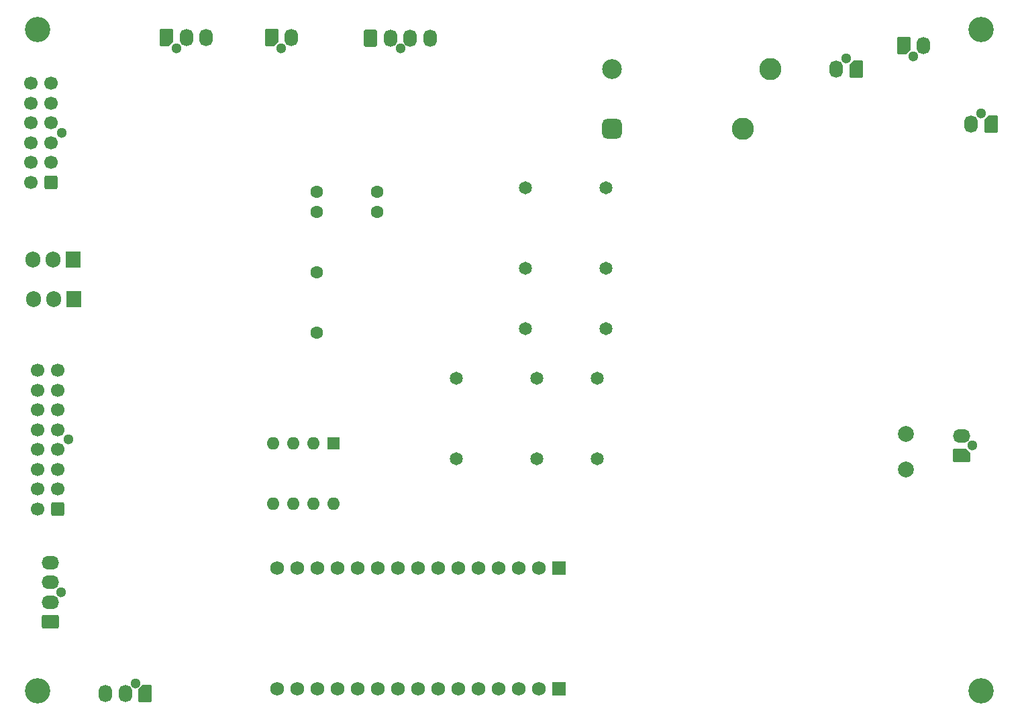
<source format=gbr>
%TF.GenerationSoftware,KiCad,Pcbnew,8.0.3*%
%TF.CreationDate,2025-04-13T18:48:38-07:00*%
%TF.ProjectId,Accumulator_Board,41636375-6d75-46c6-9174-6f725f426f61,4.2*%
%TF.SameCoordinates,Original*%
%TF.FileFunction,Soldermask,Bot*%
%TF.FilePolarity,Negative*%
%FSLAX46Y46*%
G04 Gerber Fmt 4.6, Leading zero omitted, Abs format (unit mm)*
G04 Created by KiCad (PCBNEW 8.0.3) date 2025-04-13 18:48:38*
%MOMM*%
%LPD*%
G01*
G04 APERTURE LIST*
G04 Aperture macros list*
%AMRoundRect*
0 Rectangle with rounded corners*
0 $1 Rounding radius*
0 $2 $3 $4 $5 $6 $7 $8 $9 X,Y pos of 4 corners*
0 Add a 4 corners polygon primitive as box body*
4,1,4,$2,$3,$4,$5,$6,$7,$8,$9,$2,$3,0*
0 Add four circle primitives for the rounded corners*
1,1,$1+$1,$2,$3*
1,1,$1+$1,$4,$5*
1,1,$1+$1,$6,$7*
1,1,$1+$1,$8,$9*
0 Add four rect primitives between the rounded corners*
20,1,$1+$1,$2,$3,$4,$5,0*
20,1,$1+$1,$4,$5,$6,$7,0*
20,1,$1+$1,$6,$7,$8,$9,0*
20,1,$1+$1,$8,$9,$2,$3,0*%
%AMFreePoly0*
4,1,22,0.945671,0.830970,1.026777,0.776777,1.080970,0.695671,1.100000,0.600000,1.100000,-0.600000,1.080970,-0.695671,1.026777,-0.776777,0.945671,-0.830970,0.850000,-0.850000,-0.450000,-0.850000,-0.545671,-0.830970,-0.626777,-0.776777,-1.026777,-0.376777,-1.080970,-0.295671,-1.100000,-0.200000,-1.100000,0.600000,-1.080970,0.695671,-1.026777,0.776777,-0.945671,0.830970,-0.850000,0.850000,
0.850000,0.850000,0.945671,0.830970,0.945671,0.830970,$1*%
G04 Aperture macros list end*
%ADD10C,1.300000*%
%ADD11FreePoly0,270.000000*%
%ADD12O,1.700000X2.200000*%
%ADD13FreePoly0,90.000000*%
%ADD14R,1.600000X1.600000*%
%ADD15O,1.600000X1.600000*%
%ADD16C,3.200000*%
%ADD17C,1.608074*%
%ADD18R,1.905000X2.000000*%
%ADD19O,1.905000X2.000000*%
%ADD20FreePoly0,180.000000*%
%ADD21O,2.200000X1.700000*%
%ADD22RoundRect,0.625000X-0.625000X-0.625000X0.625000X-0.625000X0.625000X0.625000X-0.625000X0.625000X0*%
%ADD23C,2.800000*%
%ADD24C,2.500000*%
%ADD25RoundRect,0.250000X0.600000X0.600000X-0.600000X0.600000X-0.600000X-0.600000X0.600000X-0.600000X0*%
%ADD26C,1.700000*%
%ADD27RoundRect,0.250000X0.600000X-0.850000X0.600000X0.850000X-0.600000X0.850000X-0.600000X-0.850000X0*%
%ADD28C,2.000000*%
%ADD29C,1.651000*%
%ADD30RoundRect,0.250000X0.850000X0.600000X-0.850000X0.600000X-0.850000X-0.600000X0.850000X-0.600000X0*%
%ADD31RoundRect,0.102000X-0.765000X0.765000X-0.765000X-0.765000X0.765000X-0.765000X0.765000X0.765000X0*%
%ADD32C,1.734000*%
G04 APERTURE END LIST*
D10*
%TO.C,J3*%
X35794000Y-104992000D03*
D11*
X37044000Y-106332000D03*
D12*
X34544000Y-106332000D03*
X32044000Y-106332000D03*
%TD*%
D10*
%TO.C,J8*%
X125500000Y-26090000D03*
D11*
X126750000Y-27430000D03*
D12*
X124250000Y-27430000D03*
%TD*%
D10*
%TO.C,J1*%
X41000000Y-24840000D03*
D13*
X39750000Y-23500000D03*
D12*
X42250000Y-23500000D03*
X44750000Y-23500000D03*
%TD*%
D14*
%TO.C,U12*%
X60810000Y-74730000D03*
D15*
X58270000Y-74730000D03*
X55730000Y-74730000D03*
X53190000Y-74730000D03*
X53190000Y-82350000D03*
X55730000Y-82350000D03*
X58270000Y-82350000D03*
X60810000Y-82350000D03*
%TD*%
D16*
%TO.C,REF\u002A\u002A*%
X142500000Y-22500000D03*
%TD*%
D17*
%TO.C,K4*%
X58690000Y-42944001D03*
X58690000Y-45484001D03*
X58690000Y-53104001D03*
X58690000Y-60724001D03*
X66310000Y-45484001D03*
X66310000Y-42944001D03*
%TD*%
D16*
%TO.C,REF\u002A\u002A*%
X142500000Y-106000000D03*
%TD*%
D18*
%TO.C,U9*%
X28000000Y-51500000D03*
D19*
X25460000Y-51500000D03*
X22920000Y-51500000D03*
%TD*%
D10*
%TO.C,J5*%
X141410000Y-75000000D03*
D20*
X140070000Y-76250000D03*
D21*
X140070000Y-73750000D03*
%TD*%
D22*
%TO.C,K2*%
X95940000Y-35000000D03*
D23*
X112440000Y-35000000D03*
X115940000Y-27500000D03*
D24*
X95940000Y-27500000D03*
%TD*%
D10*
%TO.C,J2*%
X26500000Y-35500000D03*
D25*
X25160000Y-41750000D03*
D26*
X25160000Y-39250000D03*
X25160000Y-36750000D03*
X25160000Y-34250000D03*
X25160000Y-31750000D03*
X25160000Y-29250000D03*
X22660000Y-41750000D03*
X22660000Y-39250000D03*
X22660000Y-36750000D03*
X22660000Y-34250000D03*
X22660000Y-31750000D03*
X22660000Y-29250000D03*
%TD*%
D10*
%TO.C,J7*%
X69250000Y-24885000D03*
D27*
X65500000Y-23545000D03*
D12*
X68000000Y-23545000D03*
X70500000Y-23545000D03*
X73000000Y-23545000D03*
%TD*%
D28*
%TO.C,TP1*%
X133000000Y-73500000D03*
%TD*%
D18*
%TO.C,U10*%
X28040000Y-56500000D03*
D19*
X25500000Y-56500000D03*
X22960000Y-56500000D03*
%TD*%
D10*
%TO.C,J11*%
X27340000Y-74250000D03*
D25*
X26000000Y-83000000D03*
D26*
X26000000Y-80500000D03*
X26000000Y-78000000D03*
X26000000Y-75500000D03*
X26000000Y-73000000D03*
X26000000Y-70500000D03*
X26000000Y-68000000D03*
X26000000Y-65500000D03*
X23500000Y-83000000D03*
X23500000Y-80500000D03*
X23500000Y-78000000D03*
X23500000Y-75500000D03*
X23500000Y-73000000D03*
X23500000Y-70500000D03*
X23500000Y-68000000D03*
X23500000Y-65500000D03*
%TD*%
D29*
%TO.C,K1*%
X85000000Y-42500000D03*
X85000000Y-52660000D03*
X85000000Y-60280000D03*
X95160000Y-60280000D03*
X95160000Y-52660000D03*
X95160000Y-42500000D03*
%TD*%
%TO.C,K3*%
X76340000Y-76660000D03*
X86500000Y-76660000D03*
X94120000Y-76660000D03*
X94120000Y-66500000D03*
X86500000Y-66500000D03*
X76340000Y-66500000D03*
%TD*%
D16*
%TO.C,REF\u002A\u002A*%
X23500000Y-22500000D03*
%TD*%
D28*
%TO.C,TP2*%
X133000000Y-78000000D03*
%TD*%
D10*
%TO.C,J4*%
X26410000Y-93500000D03*
D30*
X25070000Y-97250000D03*
D21*
X25070000Y-94750000D03*
X25070000Y-92250000D03*
X25070000Y-89750000D03*
%TD*%
D10*
%TO.C,J9*%
X142500000Y-33090000D03*
D11*
X143750000Y-34430000D03*
D12*
X141250000Y-34430000D03*
%TD*%
D10*
%TO.C,J6*%
X54250000Y-24840000D03*
D13*
X53000000Y-23500000D03*
D12*
X55500000Y-23500000D03*
%TD*%
D31*
%TO.C,U2*%
X89280000Y-90500000D03*
D32*
X86740000Y-90500000D03*
X84200000Y-90500000D03*
X81660000Y-90500000D03*
X79120000Y-90500000D03*
X76580000Y-90500000D03*
X74040000Y-90500000D03*
X71500000Y-90500000D03*
X68960000Y-90500000D03*
X66420000Y-90500000D03*
X63880000Y-90500000D03*
X61340000Y-90500000D03*
X58800000Y-90500000D03*
X56260000Y-90500000D03*
X53720000Y-90500000D03*
D31*
X89280000Y-105740000D03*
D32*
X86740000Y-105740000D03*
X84200000Y-105740000D03*
X81660000Y-105740000D03*
X79120000Y-105740000D03*
X76580000Y-105740000D03*
X74040000Y-105740000D03*
X71500000Y-105740000D03*
X68960000Y-105740000D03*
X66420000Y-105740000D03*
X63880000Y-105740000D03*
X61340000Y-105740000D03*
X58800000Y-105740000D03*
X56260000Y-105740000D03*
X53720000Y-105740000D03*
%TD*%
D10*
%TO.C,J10*%
X134000000Y-25840000D03*
D13*
X132750000Y-24500000D03*
D12*
X135250000Y-24500000D03*
%TD*%
D16*
%TO.C,REF\u002A\u002A*%
X23500000Y-106000000D03*
%TD*%
M02*

</source>
